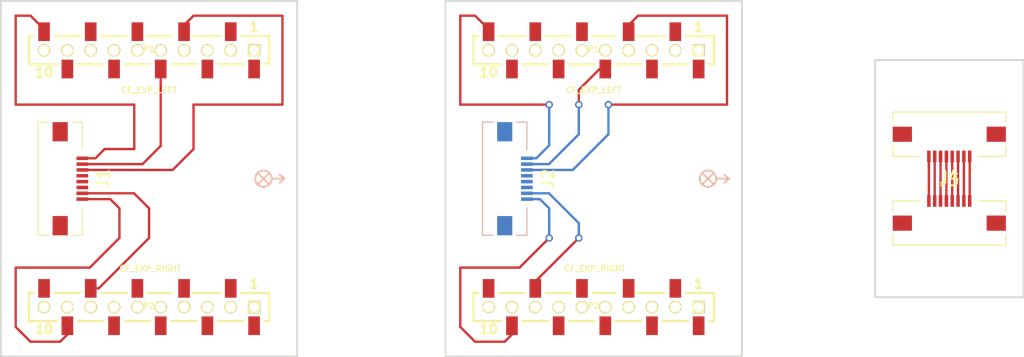
<source format=kicad_pcb>
(kicad_pcb (version 20171130) (host pcbnew "(5.1.9)-1")
  (title_block (title "Crazyflie 2.0 expansion template") (date "20 okt 2014") (rev A) (company "Bitcraze AB") (comment 1 "Licensed under CC-BY 4.0"))
  (layers (0 F.Cu signal) (31 B.Cu signal) (34 B.Paste user) (35 F.Paste user) (36 B.SilkS user) (37 F.SilkS user) (38 B.Mask user) (39 F.Mask user) (44 Edge.Cuts user))
  (net 0 "")
  (net 1 "Net-(P1-Pad2)")
  (net 2 "Net-(P1-Pad1)")
  (net 3 "Net-(P1-Pad8)")
  (net 4 "Net-(P1-Pad9)")
  (net 5 "Net-(P1-Pad3)")
  (net 6 "Net-(P1-Pad7)")
  (net 7 "Net-(P1-Pad6)")
  (net 8 "Net-(P2-Pad10)")
  (net 9 "Net-(P2-Pad2)")
  (net 10 "Net-(P2-Pad1)")
  (net 11 "Net-(P2-Pad3)")
  (net 12 "Net-(P2-Pad4)")
  (net 13 "Net-(P2-Pad7)")
  (net 14 "Net-(P2-Pad6)")
  (net 15 "Net-(P2-Pad5)")
  (net 16 "Net-(J1-Pad1)")
  (net 17 "Net-(J1-Pad2)")
  (net 18 "Net-(J1-Pad3)")
  (net 19 "Net-(J1-Pad4)")
  (net 20 "Net-(J1-Pad5)")
  (net 21 "Net-(J1-Pad6)")
  (net 22 "Net-(J1-Pad7)")
  (net 23 "Net-(J1-Pad8)")
  (net 24 "Net-(J2-Pad8)")
  (net 25 "Net-(J2-Pad7)")
  (net 26 "Net-(J2-Pad6)")
  (net 27 "Net-(J2-Pad5)")
  (net 28 "Net-(J2-Pad4)")
  (net 29 "Net-(J2-Pad3)")
  (net 30 "Net-(J2-Pad2)")
  (net 31 "Net-(J2-Pad1)")
  (net 32 "Net-(J3-Pad1)")
  (net 33 "Net-(J3-Pad2)")
  (net 34 "Net-(J3-Pad3)")
  (net 35 "Net-(J3-Pad4)")
  (net 36 "Net-(J3-Pad5)")
  (net 37 "Net-(J3-Pad6)")
  (net 38 "Net-(J3-Pad7)")
  (net 39 "Net-(J3-Pad8)")
  (module SamacSys_Parts:687108183722 (layer F.Cu) (at 131.381 97.00092 270)
    (fp_text reference J1 (at 0 -3.7 90) (layer F.SilkS))
    (fp_text value Conn_01x08)
    (fp_arc (start -1.95 -3) (end -1.9 -3) (angle -180) (layer F.SilkS) (width 0.1))
    (fp_arc (start -1.95 -3) (end -2 -3) (angle -180) (layer F.SilkS) (width 0.1))
    (fp_line (start -4.85 1) (end -4.85 1.9) (layer F.SilkS) (width 0.1))
    (fp_line (start -4.85 1.9) (end 4.85 1.9) (layer F.SilkS) (width 0.1))
    (fp_line (start 4.85 1.9) (end 4.85 1) (layer F.SilkS) (width 0.1))
    (fp_line (start -4.85 -1) (end -4.85 -1.9) (layer F.SilkS) (width 0.1))
    (fp_line (start -4.85 -1.9) (end -2.5 -1.9) (layer F.SilkS) (width 0.1))
    (fp_line (start 2.5 -1.9) (end 4.85 -1.9) (layer F.SilkS) (width 0.1))
    (fp_line (start 4.85 -1.9) (end 4.85 -1) (layer F.SilkS) (width 0.1))
    (fp_line (start -2 -3) (end -2 -3) (layer F.SilkS) (width 0.1))
    (fp_line (start -1.9 -3) (end -1.9 -3) (layer F.SilkS) (width 0.1))
    (pad MP2 smd rect (at 4.025 0) (size 1.3 1.65) (layers F.Cu F.Paste F.Mask))
    (pad MP1 smd rect (at -4.025 0) (size 1.3 1.65) (layers F.Cu F.Paste F.Mask))
    (pad 8 smd rect (at 1.75 -1.9 270) (size 0.3 1) (layers F.Cu F.Paste F.Mask) (net 23 "Net-(J1-Pad8)"))
    (pad 7 smd rect (at 1.25 -1.9 270) (size 0.3 1) (layers F.Cu F.Paste F.Mask) (net 22 "Net-(J1-Pad7)"))
    (pad 6 smd rect (at 0.75 -1.9 270) (size 0.3 1) (layers F.Cu F.Paste F.Mask) (net 21 "Net-(J1-Pad6)"))
    (pad 5 smd rect (at 0.25 -1.9 270) (size 0.3 1) (layers F.Cu F.Paste F.Mask) (net 20 "Net-(J1-Pad5)"))
    (pad 4 smd rect (at -0.25 -1.9 270) (size 0.3 1) (layers F.Cu F.Paste F.Mask) (net 19 "Net-(J1-Pad4)"))
    (pad 3 smd rect (at -0.75 -1.9 270) (size 0.3 1) (layers F.Cu F.Paste F.Mask) (net 18 "Net-(J1-Pad3)"))
    (pad 2 smd rect (at -1.25 -1.9 270) (size 0.3 1) (layers F.Cu F.Paste F.Mask) (net 17 "Net-(J1-Pad2)"))
    (pad 1 smd rect (at -1.75 -1.9 270) (size 0.3 1) (layers F.Cu F.Paste F.Mask) (net 16 "Net-(J1-Pad1)"))
  )
  (module SamacSys_Parts:687108183722 (layer F.Cu) (at 207.581 100.81092)
    (fp_text reference J3 (at 0 -3.7) (layer F.SilkS))
    (fp_text value Conn_01x08)
    (fp_arc (start -1.95 -3) (end -1.9 -3) (angle -180) (layer F.SilkS) (width 0.1))
    (fp_arc (start -1.95 -3) (end -2 -3) (angle -180) (layer F.SilkS) (width 0.1))
    (fp_line (start -4.85 1) (end -4.85 1.9) (layer F.SilkS) (width 0.1))
    (fp_line (start -4.85 1.9) (end 4.85 1.9) (layer F.SilkS) (width 0.1))
    (fp_line (start 4.85 1.9) (end 4.85 1) (layer F.SilkS) (width 0.1))
    (fp_line (start -4.85 -1) (end -4.85 -1.9) (layer F.SilkS) (width 0.1))
    (fp_line (start -4.85 -1.9) (end -2.5 -1.9) (layer F.SilkS) (width 0.1))
    (fp_line (start 2.5 -1.9) (end 4.85 -1.9) (layer F.SilkS) (width 0.1))
    (fp_line (start 4.85 -1.9) (end 4.85 -1) (layer F.SilkS) (width 0.1))
    (fp_line (start -2 -3) (end -2 -3) (layer F.SilkS) (width 0.1))
    (fp_line (start -1.9 -3) (end -1.9 -3) (layer F.SilkS) (width 0.1))
    (pad MP2 smd rect (at 4.025 0 90) (size 1.3 1.65) (layers F.Cu F.Paste F.Mask))
    (pad MP1 smd rect (at -4.025 0 90) (size 1.3 1.65) (layers F.Cu F.Paste F.Mask))
    (pad 8 smd rect (at 1.75 -1.9) (size 0.3 1) (layers F.Cu F.Paste F.Mask) (net 39 "Net-(J3-Pad8)"))
    (pad 7 smd rect (at 1.25 -1.9) (size 0.3 1) (layers F.Cu F.Paste F.Mask) (net 38 "Net-(J3-Pad7)"))
    (pad 6 smd rect (at 0.75 -1.9) (size 0.3 1) (layers F.Cu F.Paste F.Mask) (net 37 "Net-(J3-Pad6)"))
    (pad 5 smd rect (at 0.25 -1.9) (size 0.3 1) (layers F.Cu F.Paste F.Mask) (net 36 "Net-(J3-Pad5)"))
    (pad 4 smd rect (at -0.25 -1.9) (size 0.3 1) (layers F.Cu F.Paste F.Mask) (net 35 "Net-(J3-Pad4)"))
    (pad 3 smd rect (at -0.75 -1.9) (size 0.3 1) (layers F.Cu F.Paste F.Mask) (net 34 "Net-(J3-Pad3)"))
    (pad 2 smd rect (at -1.25 -1.9) (size 0.3 1) (layers F.Cu F.Paste F.Mask) (net 33 "Net-(J3-Pad2)"))
    (pad 1 smd rect (at -1.75 -1.9) (size 0.3 1) (layers F.Cu F.Paste F.Mask) (net 32 "Net-(J3-Pad1)"))
  )
  (module SamacSys_Parts:687108183722 (layer F.Cu) (at 207.581 93.19092 180)
    (fp_text reference J4 (at 0 -3.7) (layer F.SilkS))
    (fp_text value Conn_01x08)
    (fp_arc (start -1.95 -3) (end -1.9 -3) (angle -180) (layer F.SilkS) (width 0.1))
    (fp_arc (start -1.95 -3) (end -2 -3) (angle -180) (layer F.SilkS) (width 0.1))
    (fp_line (start -4.85 1) (end -4.85 1.9) (layer F.SilkS) (width 0.1))
    (fp_line (start -4.85 1.9) (end 4.85 1.9) (layer F.SilkS) (width 0.1))
    (fp_line (start 4.85 1.9) (end 4.85 1) (layer F.SilkS) (width 0.1))
    (fp_line (start -4.85 -1) (end -4.85 -1.9) (layer F.SilkS) (width 0.1))
    (fp_line (start -4.85 -1.9) (end -2.5 -1.9) (layer F.SilkS) (width 0.1))
    (fp_line (start 2.5 -1.9) (end 4.85 -1.9) (layer F.SilkS) (width 0.1))
    (fp_line (start 4.85 -1.9) (end 4.85 -1) (layer F.SilkS) (width 0.1))
    (fp_line (start -2 -3) (end -2 -3) (layer F.SilkS) (width 0.1))
    (fp_line (start -1.9 -3) (end -1.9 -3) (layer F.SilkS) (width 0.1))
    (pad MP2 smd rect (at 4.025 0 270) (size 1.3 1.65) (layers F.Cu F.Paste F.Mask))
    (pad MP1 smd rect (at -4.025 0 270) (size 1.3 1.65) (layers F.Cu F.Paste F.Mask))
    (pad 8 smd rect (at 1.75 -1.9 180) (size 0.3 1) (layers F.Cu F.Paste F.Mask) (net 32 "Net-(J3-Pad1)"))
    (pad 7 smd rect (at 1.25 -1.9 180) (size 0.3 1) (layers F.Cu F.Paste F.Mask) (net 33 "Net-(J3-Pad2)"))
    (pad 6 smd rect (at 0.75 -1.9 180) (size 0.3 1) (layers F.Cu F.Paste F.Mask) (net 34 "Net-(J3-Pad3)"))
    (pad 5 smd rect (at 0.25 -1.9 180) (size 0.3 1) (layers F.Cu F.Paste F.Mask) (net 35 "Net-(J3-Pad4)"))
    (pad 4 smd rect (at -0.25 -1.9 180) (size 0.3 1) (layers F.Cu F.Paste F.Mask) (net 36 "Net-(J3-Pad5)"))
    (pad 3 smd rect (at -0.75 -1.9 180) (size 0.3 1) (layers F.Cu F.Paste F.Mask) (net 37 "Net-(J3-Pad6)"))
    (pad 2 smd rect (at -1.25 -1.9 180) (size 0.3 1) (layers F.Cu F.Paste F.Mask) (net 38 "Net-(J3-Pad7)"))
    (pad 1 smd rect (at -1.75 -1.9 180) (size 0.3 1) (layers F.Cu F.Paste F.Mask) (net 39 "Net-(J3-Pad8)"))
  )
  (module SamacSys_Parts:687108183722 (layer B.Cu) (at 169.481 97.00092 90)
    (fp_text reference J2 (at 0 3.7 90) (layer F.SilkS))
    (fp_text value Conn_01x08)
    (fp_arc (start -1.95 3) (end -1.9 3) (angle 180) (layer B.SilkS) (width 0.1))
    (fp_arc (start -1.95 3) (end -2 3) (angle 180) (layer B.SilkS) (width 0.1))
    (fp_line (start -4.85 -1) (end -4.85 -1.9) (layer B.SilkS) (width 0.1))
    (fp_line (start -4.85 -1.9) (end 4.85 -1.9) (layer B.SilkS) (width 0.1))
    (fp_line (start 4.85 -1.9) (end 4.85 -1) (layer B.SilkS) (width 0.1))
    (fp_line (start -4.85 1) (end -4.85 1.9) (layer B.SilkS) (width 0.1))
    (fp_line (start -4.85 1.9) (end -2.5 1.9) (layer B.SilkS) (width 0.1))
    (fp_line (start 2.5 1.9) (end 4.85 1.9) (layer B.SilkS) (width 0.1))
    (fp_line (start 4.85 1.9) (end 4.85 1) (layer B.SilkS) (width 0.1))
    (fp_line (start -2 3) (end -2 3) (layer B.SilkS) (width 0.1))
    (fp_line (start -1.9 3) (end -1.9 3) (layer B.SilkS) (width 0.1))
    (pad MP2 smd rect (at 4.025 0) (size 1.3 1.65) (layers B.Cu B.Paste B.Mask))
    (pad MP1 smd rect (at -4.025 0) (size 1.3 1.65) (layers B.Cu B.Paste B.Mask))
    (pad 8 smd rect (at 1.75 1.9 90) (size 0.3 1) (layers B.Cu B.Paste B.Mask) (net 24 "Net-(J2-Pad8)"))
    (pad 7 smd rect (at 1.25 1.9 90) (size 0.3 1) (layers B.Cu B.Paste B.Mask) (net 25 "Net-(J2-Pad7)"))
    (pad 6 smd rect (at 0.75 1.9 90) (size 0.3 1) (layers B.Cu B.Paste B.Mask) (net 26 "Net-(J2-Pad6)"))
    (pad 5 smd rect (at 0.25 1.9 90) (size 0.3 1) (layers B.Cu B.Paste B.Mask) (net 27 "Net-(J2-Pad5)"))
    (pad 4 smd rect (at -0.25 1.9 90) (size 0.3 1) (layers B.Cu B.Paste B.Mask) (net 28 "Net-(J2-Pad4)"))
    (pad 3 smd rect (at -0.75 1.9 90) (size 0.3 1) (layers B.Cu B.Paste B.Mask) (net 29 "Net-(J2-Pad3)"))
    (pad 2 smd rect (at -1.25 1.9 90) (size 0.3 1) (layers B.Cu B.Paste B.Mask) (net 30 "Net-(J2-Pad2)"))
    (pad 1 smd rect (at -1.75 1.9 90) (size 0.3 1) (layers B.Cu B.Paste B.Mask) (net 31 "Net-(J2-Pad1)"))
  )
  (module bitcraze:EXP_ORIENTATION (layer F.Cu) (at 186.901 97.00092)
    (fp_text reference EXP_ORIENTATION hide)
    (fp_text value VAL** hide)
    (fp_line (start 0 0) (end -0.475 0.475) (layer B.SilkS) (width 0.15))
    (fp_line (start 0 0) (end 0.475 0.475) (layer B.SilkS) (width 0.15))
    (fp_line (start 0 0) (end 0.475 -0.475) (layer B.SilkS) (width 0.15))
    (fp_line (start 0 0) (end -0.475 -0.475) (layer B.SilkS) (width 0.15))
    (fp_circle (center 0 0) (end 0.7 0.025) (layer B.SilkS) (width 0.15))
    (fp_line (start 0.7 0) (end 1.8 0) (layer B.SilkS) (width 0.15))
    (fp_line (start 1.8 0) (end 1.4 -0.35) (layer B.SilkS) (width 0.15))
    (fp_line (start 1.8 0) (end 1.4 0.35) (layer B.SilkS) (width 0.15))
    (fp_line (start 1.8 0) (end 1.4 0.35) (layer F.SilkS) (width 0.15))
    (fp_line (start 1.8 0) (end 1.4 -0.35) (layer F.SilkS) (width 0.15))
    (fp_line (start 0.7 0) (end 1.8 0) (layer F.SilkS) (width 0.15))
    (fp_circle (center 0 0) (end 0.7 0.025) (layer F.SilkS) (width 0.15))
    (fp_circle (center 0 0) (end 0.075 0.025) (layer F.SilkS) (width 0.15))
  )
  (module connectors:BF090-10-X-B2 (layer F.Cu) (at 177.101 108.00092 180)
    (fp_text reference P2 (at 0 0.1 180) (layer F.SilkS) (effects (font (size 0.5 0.5) (thickness 0.1))))
    (fp_text value CF_EXP_RIGHT (at -0.1 3.3 180) (layer F.SilkS) (effects (font (size 0.5 0.5) (thickness 0.1))))
    (fp_line (start 7.9 -1.2) (end 10.3 -1.2) (layer F.SilkS) (width 0.2))
    (fp_line (start 10.3 -1.2) (end 10.3 1.2) (layer F.SilkS) (width 0.2))
    (fp_line (start 10.3 1.2) (end 9.9 1.2) (layer F.SilkS) (width 0.2))
    (fp_line (start 3.9 -1.2) (end 6.1 -1.2) (layer F.SilkS) (width 0.2))
    (fp_line (start -0.1 -1.2) (end 2.1 -1.2) (layer F.SilkS) (width 0.2))
    (fp_line (start 5.9 1.2) (end 8.1 1.2) (layer F.SilkS) (width 0.2))
    (fp_line (start 1.9 1.2) (end 4.1 1.2) (layer F.SilkS) (width 0.2))
    (fp_line (start -1.9 1.2) (end 0.1 1.2) (layer F.SilkS) (width 0.2))
    (fp_line (start -4.1 -1.2) (end -1.9 -1.2) (layer F.SilkS) (width 0.2))
    (fp_line (start -6.1 1.2) (end -3.7 1.2) (layer F.SilkS) (width 0.2))
    (fp_line (start -8.1 -1.2) (end -5.9 -1.2) (layer F.SilkS) (width 0.2))
    (fp_line (start -10.3 -1.2) (end -9.9 -1.2) (layer F.SilkS) (width 0.2))
    (fp_line (start -10.3 -1.2) (end -10.3 1.2) (layer F.SilkS) (width 0.2))
    (fp_line (start -10.3 1.2) (end -7.9 1.2) (layer F.SilkS) (width 0.2))
    (fp_text user 1 (at -9 2 180) (layer F.SilkS) (effects (font (size 0.8 0.8) (thickness 0.2))))
    (fp_text user 10 (at 9 -1.9 180) (layer F.SilkS) (effects (font (size 0.8 0.8) (thickness 0.2))))
    (pad 10 smd circle (at 9 0 180) (size 1.05 1.05) (layers F.Cu F.Mask))
    (pad 9 smd circle (at 7 0 180) (size 1.05 1.05) (layers F.Cu F.Mask))
    (pad 8 smd circle (at 5 0 180) (size 1.05 1.05) (layers F.Cu F.Mask))
    (pad 7 smd circle (at 3 0 180) (size 1.05 1.05) (layers F.Cu F.Mask))
    (pad 6 smd circle (at 1 0 180) (size 1.05 1.05) (layers F.Cu F.Mask))
    (pad 5 smd circle (at -1 0 180) (size 1.05 1.05) (layers F.Cu F.Mask))
    (pad 4 smd circle (at -3 0 180) (size 1.05 1.05) (layers F.Cu F.Mask))
    (pad 3 smd circle (at -5 0 180) (size 1.05 1.05) (layers F.Cu F.Mask))
    (pad 2 smd circle (at -7 0 180) (size 1.05 1.05) (layers F.Cu F.Mask))
    (pad 1 smd circle (at -9 0 180) (size 1.05 1.05) (layers F.Cu F.Mask))
    (pad 10 smd rect (at 9 1.6 180) (size 1 1.6) (layers F.Cu F.Paste F.Mask))
    (pad 9 smd rect (at 7 -1.6 180) (size 1 1.6) (layers F.Cu F.Paste F.Mask))
    (pad 8 smd rect (at 5 1.6 180) (size 1 1.6) (layers F.Cu F.Paste F.Mask))
    (pad 7 smd rect (at 3 -1.6 180) (size 1 1.6) (layers F.Cu F.Paste F.Mask))
    (pad 6 smd rect (at 1 1.6 180) (size 1 1.6) (layers F.Cu F.Paste F.Mask))
    (pad 5 smd rect (at -1 -1.6 180) (size 1 1.6) (layers F.Cu F.Paste F.Mask))
    (pad 4 smd rect (at -3 1.6 180) (size 1 1.6) (layers F.Cu F.Paste F.Mask))
    (pad 3 smd rect (at -5 -1.6 180) (size 1 1.6) (layers F.Cu F.Paste F.Mask))
    (pad 2 smd rect (at -7 1.6 180) (size 1 1.6) (layers F.Cu F.Paste F.Mask))
    (pad 1 smd rect (at -9 -1.6 180) (size 1 1.6) (layers F.Cu F.Paste F.Mask))
    (pad 5 thru_hole circle (at -1 0 180) (size 1.05 1.05) (drill 0.8) (layers *.Cu F.SilkS B.Mask))
    (pad 6 thru_hole circle (at 1 0 180) (size 1.05 1.05) (drill 0.8) (layers *.Cu F.SilkS B.Mask))
    (pad 7 thru_hole circle (at 3 0 180) (size 1.05 1.05) (drill 0.8) (layers *.Cu F.SilkS B.Mask))
    (pad 4 thru_hole circle (at -3 0 180) (size 1.05 1.05) (drill 0.8) (layers *.Cu F.SilkS B.Mask))
    (pad 3 thru_hole circle (at -5 0 180) (size 1.05 1.05) (drill 0.8) (layers *.Cu F.SilkS B.Mask))
    (pad 9 thru_hole circle (at 7 0 180) (size 1.05 1.05) (drill 0.8) (layers *.Cu F.SilkS B.Mask))
    (pad 8 thru_hole circle (at 5 0 180) (size 1.05 1.05) (drill 0.8) (layers *.Cu F.SilkS B.Mask))
    (pad 1 thru_hole rect (at -9 0 180) (size 1.05 1.05) (drill 0.8) (layers *.Cu F.SilkS B.Mask))
    (pad 2 thru_hole circle (at -7 0 180) (size 1.05 1.05) (drill 0.8) (layers *.Cu F.SilkS B.Mask))
    (pad 10 thru_hole circle (at 9 0 180) (size 1.05 1.05) (drill 0.8) (layers *.Cu F.SilkS B.Mask))
  )
  (module connectors:BF090-10-X-B2 (layer F.Cu) (at 177.101 86.00092 180)
    (fp_text reference P1 (at 0 0.1 180) (layer F.SilkS) (effects (font (size 0.5 0.5) (thickness 0.1))))
    (fp_text value CF_EXP_LEFT (at 0 -3.4 180) (layer F.SilkS) (effects (font (size 0.5 0.5) (thickness 0.1))))
    (fp_line (start 7.9 -1.2) (end 10.3 -1.2) (layer F.SilkS) (width 0.2))
    (fp_line (start 10.3 -1.2) (end 10.3 1.2) (layer F.SilkS) (width 0.2))
    (fp_line (start 10.3 1.2) (end 9.9 1.2) (layer F.SilkS) (width 0.2))
    (fp_line (start 3.9 -1.2) (end 6.1 -1.2) (layer F.SilkS) (width 0.2))
    (fp_line (start -0.1 -1.2) (end 2.1 -1.2) (layer F.SilkS) (width 0.2))
    (fp_line (start 5.9 1.2) (end 8.1 1.2) (layer F.SilkS) (width 0.2))
    (fp_line (start 1.9 1.2) (end 4.1 1.2) (layer F.SilkS) (width 0.2))
    (fp_line (start -1.9 1.2) (end 0.1 1.2) (layer F.SilkS) (width 0.2))
    (fp_line (start -4.1 -1.2) (end -1.9 -1.2) (layer F.SilkS) (width 0.2))
    (fp_line (start -6.1 1.2) (end -3.7 1.2) (layer F.SilkS) (width 0.2))
    (fp_line (start -8.1 -1.2) (end -5.9 -1.2) (layer F.SilkS) (width 0.2))
    (fp_line (start -10.3 -1.2) (end -9.9 -1.2) (layer F.SilkS) (width 0.2))
    (fp_line (start -10.3 -1.2) (end -10.3 1.2) (layer F.SilkS) (width 0.2))
    (fp_line (start -10.3 1.2) (end -7.9 1.2) (layer F.SilkS) (width 0.2))
    (fp_text user 1 (at -9 2 180) (layer F.SilkS) (effects (font (size 0.8 0.8) (thickness 0.2))))
    (fp_text user 10 (at 9 -1.9 180) (layer F.SilkS) (effects (font (size 0.8 0.8) (thickness 0.2))))
    (pad 10 smd circle (at 9 0 180) (size 1.05 1.05) (layers F.Cu F.Mask))
    (pad 9 smd circle (at 7 0 180) (size 1.05 1.05) (layers F.Cu F.Mask))
    (pad 8 smd circle (at 5 0 180) (size 1.05 1.05) (layers F.Cu F.Mask))
    (pad 7 smd circle (at 3 0 180) (size 1.05 1.05) (layers F.Cu F.Mask))
    (pad 6 smd circle (at 1 0 180) (size 1.05 1.05) (layers F.Cu F.Mask))
    (pad 5 smd circle (at -1 0 180) (size 1.05 1.05) (layers F.Cu F.Mask))
    (pad 4 smd circle (at -3 0 180) (size 1.05 1.05) (layers F.Cu F.Mask))
    (pad 3 smd circle (at -5 0 180) (size 1.05 1.05) (layers F.Cu F.Mask))
    (pad 2 smd circle (at -7 0 180) (size 1.05 1.05) (layers F.Cu F.Mask))
    (pad 1 smd circle (at -9 0 180) (size 1.05 1.05) (layers F.Cu F.Mask))
    (pad 10 smd rect (at 9 1.6 180) (size 1 1.6) (layers F.Cu F.Paste F.Mask))
    (pad 9 smd rect (at 7 -1.6 180) (size 1 1.6) (layers F.Cu F.Paste F.Mask))
    (pad 8 smd rect (at 5 1.6 180) (size 1 1.6) (layers F.Cu F.Paste F.Mask))
    (pad 7 smd rect (at 3 -1.6 180) (size 1 1.6) (layers F.Cu F.Paste F.Mask))
    (pad 6 smd rect (at 1 1.6 180) (size 1 1.6) (layers F.Cu F.Paste F.Mask))
    (pad 5 smd rect (at -1 -1.6 180) (size 1 1.6) (layers F.Cu F.Paste F.Mask))
    (pad 4 smd rect (at -3 1.6 180) (size 1 1.6) (layers F.Cu F.Paste F.Mask))
    (pad 3 smd rect (at -5 -1.6 180) (size 1 1.6) (layers F.Cu F.Paste F.Mask))
    (pad 2 smd rect (at -7 1.6 180) (size 1 1.6) (layers F.Cu F.Paste F.Mask))
    (pad 1 smd rect (at -9 -1.6 180) (size 1 1.6) (layers F.Cu F.Paste F.Mask))
    (pad 5 thru_hole circle (at -1 0 180) (size 1.05 1.05) (drill 0.8) (layers *.Cu F.SilkS B.Mask))
    (pad 6 thru_hole circle (at 1 0 180) (size 1.05 1.05) (drill 0.8) (layers *.Cu F.SilkS B.Mask))
    (pad 7 thru_hole circle (at 3 0 180) (size 1.05 1.05) (drill 0.8) (layers *.Cu F.SilkS B.Mask))
    (pad 4 thru_hole circle (at -3 0 180) (size 1.05 1.05) (drill 0.8) (layers *.Cu F.SilkS B.Mask))
    (pad 3 thru_hole circle (at -5 0 180) (size 1.05 1.05) (drill 0.8) (layers *.Cu F.SilkS B.Mask))
    (pad 9 thru_hole circle (at 7 0 180) (size 1.05 1.05) (drill 0.8) (layers *.Cu F.SilkS B.Mask))
    (pad 8 thru_hole circle (at 5 0 180) (size 1.05 1.05) (drill 0.8) (layers *.Cu F.SilkS B.Mask))
    (pad 1 thru_hole rect (at -9 0 180) (size 1.05 1.05) (drill 0.8) (layers *.Cu F.SilkS B.Mask))
    (pad 2 thru_hole circle (at -7 0 180) (size 1.05 1.05) (drill 0.8) (layers *.Cu F.SilkS B.Mask))
    (pad 10 thru_hole circle (at 9 0 180) (size 1.05 1.05) (drill 0.8) (layers *.Cu F.SilkS B.Mask))
  )
  (module bitcraze:EXP_ORIENTATION (layer F.Cu) (at 148.801 97.00092)
    (fp_text reference EXP_ORIENTATION hide)
    (fp_text value VAL** hide)
    (fp_line (start 0 0) (end -0.475 0.475) (layer B.SilkS) (width 0.15))
    (fp_line (start 0 0) (end 0.475 0.475) (layer B.SilkS) (width 0.15))
    (fp_line (start 0 0) (end 0.475 -0.475) (layer B.SilkS) (width 0.15))
    (fp_line (start 0 0) (end -0.475 -0.475) (layer B.SilkS) (width 0.15))
    (fp_circle (center 0 0) (end 0.7 0.025) (layer B.SilkS) (width 0.15))
    (fp_line (start 0.7 0) (end 1.8 0) (layer B.SilkS) (width 0.15))
    (fp_line (start 1.8 0) (end 1.4 -0.35) (layer B.SilkS) (width 0.15))
    (fp_line (start 1.8 0) (end 1.4 0.35) (layer B.SilkS) (width 0.15))
    (fp_line (start 1.8 0) (end 1.4 0.35) (layer F.SilkS) (width 0.15))
    (fp_line (start 1.8 0) (end 1.4 -0.35) (layer F.SilkS) (width 0.15))
    (fp_line (start 0.7 0) (end 1.8 0) (layer F.SilkS) (width 0.15))
    (fp_circle (center 0 0) (end 0.7 0.025) (layer F.SilkS) (width 0.15))
    (fp_circle (center 0 0) (end 0.075 0.025) (layer F.SilkS) (width 0.15))
  )
  (module connectors:BF090-10-X-B2 (layer F.Cu) (at 139.001 86.00092 180)
    (fp_text reference P1 (at 0 0.1 180) (layer F.SilkS) (effects (font (size 0.5 0.5) (thickness 0.1))))
    (fp_text value CF_EXP_LEFT (at 0 -3.4 180) (layer F.SilkS) (effects (font (size 0.5 0.5) (thickness 0.1))))
    (fp_line (start 7.9 -1.2) (end 10.3 -1.2) (layer F.SilkS) (width 0.2))
    (fp_line (start 10.3 -1.2) (end 10.3 1.2) (layer F.SilkS) (width 0.2))
    (fp_line (start 10.3 1.2) (end 9.9 1.2) (layer F.SilkS) (width 0.2))
    (fp_line (start 3.9 -1.2) (end 6.1 -1.2) (layer F.SilkS) (width 0.2))
    (fp_line (start -0.1 -1.2) (end 2.1 -1.2) (layer F.SilkS) (width 0.2))
    (fp_line (start 5.9 1.2) (end 8.1 1.2) (layer F.SilkS) (width 0.2))
    (fp_line (start 1.9 1.2) (end 4.1 1.2) (layer F.SilkS) (width 0.2))
    (fp_line (start -1.9 1.2) (end 0.1 1.2) (layer F.SilkS) (width 0.2))
    (fp_line (start -4.1 -1.2) (end -1.9 -1.2) (layer F.SilkS) (width 0.2))
    (fp_line (start -6.1 1.2) (end -3.7 1.2) (layer F.SilkS) (width 0.2))
    (fp_line (start -8.1 -1.2) (end -5.9 -1.2) (layer F.SilkS) (width 0.2))
    (fp_line (start -10.3 -1.2) (end -9.9 -1.2) (layer F.SilkS) (width 0.2))
    (fp_line (start -10.3 -1.2) (end -10.3 1.2) (layer F.SilkS) (width 0.2))
    (fp_line (start -10.3 1.2) (end -7.9 1.2) (layer F.SilkS) (width 0.2))
    (fp_text user 10 (at 9 -1.9 180) (layer F.SilkS) (effects (font (size 0.8 0.8) (thickness 0.2))))
    (fp_text user 1 (at -9 2 180) (layer F.SilkS) (effects (font (size 0.8 0.8) (thickness 0.2))))
    (pad 10 thru_hole circle (at 9 0 180) (size 1.05 1.05) (drill 0.8) (layers *.Cu F.SilkS B.Mask) (net 16 "Net-(J1-Pad1)"))
    (pad 2 thru_hole circle (at -7 0 180) (size 1.05 1.05) (drill 0.8) (layers *.Cu F.SilkS B.Mask) (net 1 "Net-(P1-Pad2)"))
    (pad 1 thru_hole rect (at -9 0 180) (size 1.05 1.05) (drill 0.8) (layers *.Cu F.SilkS B.Mask) (net 2 "Net-(P1-Pad1)"))
    (pad 8 thru_hole circle (at 5 0 180) (size 1.05 1.05) (drill 0.8) (layers *.Cu F.SilkS B.Mask) (net 3 "Net-(P1-Pad8)"))
    (pad 9 thru_hole circle (at 7 0 180) (size 1.05 1.05) (drill 0.8) (layers *.Cu F.SilkS B.Mask) (net 4 "Net-(P1-Pad9)"))
    (pad 3 thru_hole circle (at -5 0 180) (size 1.05 1.05) (drill 0.8) (layers *.Cu F.SilkS B.Mask) (net 5 "Net-(P1-Pad3)"))
    (pad 4 thru_hole circle (at -3 0 180) (size 1.05 1.05) (drill 0.8) (layers *.Cu F.SilkS B.Mask) (net 18 "Net-(J1-Pad3)"))
    (pad 7 thru_hole circle (at 3 0 180) (size 1.05 1.05) (drill 0.8) (layers *.Cu F.SilkS B.Mask) (net 6 "Net-(P1-Pad7)"))
    (pad 6 thru_hole circle (at 1 0 180) (size 1.05 1.05) (drill 0.8) (layers *.Cu F.SilkS B.Mask) (net 7 "Net-(P1-Pad6)"))
    (pad 5 thru_hole circle (at -1 0 180) (size 1.05 1.05) (drill 0.8) (layers *.Cu F.SilkS B.Mask) (net 17 "Net-(J1-Pad2)"))
    (pad 1 smd rect (at -9 -1.6 180) (size 1 1.6) (layers F.Cu F.Paste F.Mask) (net 2 "Net-(P1-Pad1)"))
    (pad 2 smd rect (at -7 1.6 180) (size 1 1.6) (layers F.Cu F.Paste F.Mask) (net 1 "Net-(P1-Pad2)"))
    (pad 3 smd rect (at -5 -1.6 180) (size 1 1.6) (layers F.Cu F.Paste F.Mask) (net 5 "Net-(P1-Pad3)"))
    (pad 4 smd rect (at -3 1.6 180) (size 1 1.6) (layers F.Cu F.Paste F.Mask) (net 18 "Net-(J1-Pad3)"))
    (pad 5 smd rect (at -1 -1.6 180) (size 1 1.6) (layers F.Cu F.Paste F.Mask) (net 17 "Net-(J1-Pad2)"))
    (pad 6 smd rect (at 1 1.6 180) (size 1 1.6) (layers F.Cu F.Paste F.Mask) (net 7 "Net-(P1-Pad6)"))
    (pad 7 smd rect (at 3 -1.6 180) (size 1 1.6) (layers F.Cu F.Paste F.Mask) (net 6 "Net-(P1-Pad7)"))
    (pad 8 smd rect (at 5 1.6 180) (size 1 1.6) (layers F.Cu F.Paste F.Mask) (net 3 "Net-(P1-Pad8)"))
    (pad 9 smd rect (at 7 -1.6 180) (size 1 1.6) (layers F.Cu F.Paste F.Mask) (net 4 "Net-(P1-Pad9)"))
    (pad 10 smd rect (at 9 1.6 180) (size 1 1.6) (layers F.Cu F.Paste F.Mask) (net 16 "Net-(J1-Pad1)"))
    (pad 1 smd circle (at -9 0 180) (size 1.05 1.05) (layers F.Cu F.Mask) (net 2 "Net-(P1-Pad1)"))
    (pad 2 smd circle (at -7 0 180) (size 1.05 1.05) (layers F.Cu F.Mask) (net 1 "Net-(P1-Pad2)"))
    (pad 3 smd circle (at -5 0 180) (size 1.05 1.05) (layers F.Cu F.Mask) (net 5 "Net-(P1-Pad3)"))
    (pad 4 smd circle (at -3 0 180) (size 1.05 1.05) (layers F.Cu F.Mask) (net 18 "Net-(J1-Pad3)"))
    (pad 5 smd circle (at -1 0 180) (size 1.05 1.05) (layers F.Cu F.Mask) (net 17 "Net-(J1-Pad2)"))
    (pad 6 smd circle (at 1 0 180) (size 1.05 1.05) (layers F.Cu F.Mask) (net 7 "Net-(P1-Pad6)"))
    (pad 7 smd circle (at 3 0 180) (size 1.05 1.05) (layers F.Cu F.Mask) (net 6 "Net-(P1-Pad7)"))
    (pad 8 smd circle (at 5 0 180) (size 1.05 1.05) (layers F.Cu F.Mask) (net 3 "Net-(P1-Pad8)"))
    (pad 9 smd circle (at 7 0 180) (size 1.05 1.05) (layers F.Cu F.Mask) (net 4 "Net-(P1-Pad9)"))
    (pad 10 smd circle (at 9 0 180) (size 1.05 1.05) (layers F.Cu F.Mask) (net 16 "Net-(J1-Pad1)"))
  )
  (module connectors:BF090-10-X-B2 (layer F.Cu) (at 139.001 108.00092 180)
    (fp_text reference P2 (at 0 0.1 180) (layer F.SilkS) (effects (font (size 0.5 0.5) (thickness 0.1))))
    (fp_text value CF_EXP_RIGHT (at -0.1 3.3 180) (layer F.SilkS) (effects (font (size 0.5 0.5) (thickness 0.1))))
    (fp_line (start 7.9 -1.2) (end 10.3 -1.2) (layer F.SilkS) (width 0.2))
    (fp_line (start 10.3 -1.2) (end 10.3 1.2) (layer F.SilkS) (width 0.2))
    (fp_line (start 10.3 1.2) (end 9.9 1.2) (layer F.SilkS) (width 0.2))
    (fp_line (start 3.9 -1.2) (end 6.1 -1.2) (layer F.SilkS) (width 0.2))
    (fp_line (start -0.1 -1.2) (end 2.1 -1.2) (layer F.SilkS) (width 0.2))
    (fp_line (start 5.9 1.2) (end 8.1 1.2) (layer F.SilkS) (width 0.2))
    (fp_line (start 1.9 1.2) (end 4.1 1.2) (layer F.SilkS) (width 0.2))
    (fp_line (start -1.9 1.2) (end 0.1 1.2) (layer F.SilkS) (width 0.2))
    (fp_line (start -4.1 -1.2) (end -1.9 -1.2) (layer F.SilkS) (width 0.2))
    (fp_line (start -6.1 1.2) (end -3.7 1.2) (layer F.SilkS) (width 0.2))
    (fp_line (start -8.1 -1.2) (end -5.9 -1.2) (layer F.SilkS) (width 0.2))
    (fp_line (start -10.3 -1.2) (end -9.9 -1.2) (layer F.SilkS) (width 0.2))
    (fp_line (start -10.3 -1.2) (end -10.3 1.2) (layer F.SilkS) (width 0.2))
    (fp_line (start -10.3 1.2) (end -7.9 1.2) (layer F.SilkS) (width 0.2))
    (fp_text user 10 (at 9 -1.9 180) (layer F.SilkS) (effects (font (size 0.8 0.8) (thickness 0.2))))
    (fp_text user 1 (at -9 2 180) (layer F.SilkS) (effects (font (size 0.8 0.8) (thickness 0.2))))
    (pad 10 thru_hole circle (at 9 0 180) (size 1.05 1.05) (drill 0.8) (layers *.Cu F.SilkS B.Mask) (net 8 "Net-(P2-Pad10)"))
    (pad 2 thru_hole circle (at -7 0 180) (size 1.05 1.05) (drill 0.8) (layers *.Cu F.SilkS B.Mask) (net 9 "Net-(P2-Pad2)"))
    (pad 1 thru_hole rect (at -9 0 180) (size 1.05 1.05) (drill 0.8) (layers *.Cu F.SilkS B.Mask) (net 10 "Net-(P2-Pad1)"))
    (pad 8 thru_hole circle (at 5 0 180) (size 1.05 1.05) (drill 0.8) (layers *.Cu F.SilkS B.Mask) (net 22 "Net-(J1-Pad7)"))
    (pad 9 thru_hole circle (at 7 0 180) (size 1.05 1.05) (drill 0.8) (layers *.Cu F.SilkS B.Mask) (net 23 "Net-(J1-Pad8)"))
    (pad 3 thru_hole circle (at -5 0 180) (size 1.05 1.05) (drill 0.8) (layers *.Cu F.SilkS B.Mask) (net 11 "Net-(P2-Pad3)"))
    (pad 4 thru_hole circle (at -3 0 180) (size 1.05 1.05) (drill 0.8) (layers *.Cu F.SilkS B.Mask) (net 12 "Net-(P2-Pad4)"))
    (pad 7 thru_hole circle (at 3 0 180) (size 1.05 1.05) (drill 0.8) (layers *.Cu F.SilkS B.Mask) (net 13 "Net-(P2-Pad7)"))
    (pad 6 thru_hole circle (at 1 0 180) (size 1.05 1.05) (drill 0.8) (layers *.Cu F.SilkS B.Mask) (net 14 "Net-(P2-Pad6)"))
    (pad 5 thru_hole circle (at -1 0 180) (size 1.05 1.05) (drill 0.8) (layers *.Cu F.SilkS B.Mask) (net 15 "Net-(P2-Pad5)"))
    (pad 1 smd rect (at -9 -1.6 180) (size 1 1.6) (layers F.Cu F.Paste F.Mask) (net 10 "Net-(P2-Pad1)"))
    (pad 2 smd rect (at -7 1.6 180) (size 1 1.6) (layers F.Cu F.Paste F.Mask) (net 9 "Net-(P2-Pad2)"))
    (pad 3 smd rect (at -5 -1.6 180) (size 1 1.6) (layers F.Cu F.Paste F.Mask) (net 11 "Net-(P2-Pad3)"))
    (pad 4 smd rect (at -3 1.6 180) (size 1 1.6) (layers F.Cu F.Paste F.Mask) (net 12 "Net-(P2-Pad4)"))
    (pad 5 smd rect (at -1 -1.6 180) (size 1 1.6) (layers F.Cu F.Paste F.Mask) (net 15 "Net-(P2-Pad5)"))
    (pad 6 smd rect (at 1 1.6 180) (size 1 1.6) (layers F.Cu F.Paste F.Mask) (net 14 "Net-(P2-Pad6)"))
    (pad 7 smd rect (at 3 -1.6 180) (size 1 1.6) (layers F.Cu F.Paste F.Mask) (net 13 "Net-(P2-Pad7)"))
    (pad 8 smd rect (at 5 1.6 180) (size 1 1.6) (layers F.Cu F.Paste F.Mask) (net 22 "Net-(J1-Pad7)"))
    (pad 9 smd rect (at 7 -1.6 180) (size 1 1.6) (layers F.Cu F.Paste F.Mask) (net 23 "Net-(J1-Pad8)"))
    (pad 10 smd rect (at 9 1.6 180) (size 1 1.6) (layers F.Cu F.Paste F.Mask) (net 8 "Net-(P2-Pad10)"))
    (pad 1 smd circle (at -9 0 180) (size 1.05 1.05) (layers F.Cu F.Mask) (net 10 "Net-(P2-Pad1)"))
    (pad 2 smd circle (at -7 0 180) (size 1.05 1.05) (layers F.Cu F.Mask) (net 9 "Net-(P2-Pad2)"))
    (pad 3 smd circle (at -5 0 180) (size 1.05 1.05) (layers F.Cu F.Mask) (net 11 "Net-(P2-Pad3)"))
    (pad 4 smd circle (at -3 0 180) (size 1.05 1.05) (layers F.Cu F.Mask) (net 12 "Net-(P2-Pad4)"))
    (pad 5 smd circle (at -1 0 180) (size 1.05 1.05) (layers F.Cu F.Mask) (net 15 "Net-(P2-Pad5)"))
    (pad 6 smd circle (at 1 0 180) (size 1.05 1.05) (layers F.Cu F.Mask) (net 14 "Net-(P2-Pad6)"))
    (pad 7 smd circle (at 3 0 180) (size 1.05 1.05) (layers F.Cu F.Mask) (net 13 "Net-(P2-Pad7)"))
    (pad 8 smd circle (at 5 0 180) (size 1.05 1.05) (layers F.Cu F.Mask) (net 22 "Net-(J1-Pad7)"))
    (pad 9 smd circle (at 7 0 180) (size 1.05 1.05) (layers F.Cu F.Mask) (net 23 "Net-(J1-Pad8)"))
    (pad 10 smd circle (at 9 0 180) (size 1.05 1.05) (layers F.Cu F.Mask) (net 8 "Net-(P2-Pad10)"))
  )
  (gr_line (start 151.701 81.76092) (end 151.701 83.03092) (layer Edge.Cuts) (width 0.15))
  (gr_line (start 126.301 81.76092) (end 151.701 81.76092) (layer Edge.Cuts) (width 0.15))
  (gr_line (start 126.301 83.03092) (end 126.301 81.76092) (layer Edge.Cuts) (width 0.15))
  (gr_line (start 126.301 112.24092) (end 126.301 110.97092) (layer Edge.Cuts) (width 0.15))
  (gr_line (start 151.701 112.24092) (end 126.301 112.24092) (layer Edge.Cuts) (width 0.15))
  (gr_line (start 151.701 110.97092) (end 151.701 112.24092) (layer Edge.Cuts) (width 0.15))
  (gr_line (start 164.401 81.76092) (end 164.401 83.03092) (layer Edge.Cuts) (width 0.15))
  (gr_line (start 189.801 81.76092) (end 164.401 81.76092) (layer Edge.Cuts) (width 0.15))
  (gr_line (start 189.801 83.03092) (end 189.801 81.76092) (layer Edge.Cuts) (width 0.15))
  (gr_line (start 164.401 112.24092) (end 164.401 110.97092) (layer Edge.Cuts) (width 0.15))
  (gr_line (start 189.801 112.24092) (end 164.401 112.24092) (layer Edge.Cuts) (width 0.15))
  (gr_line (start 189.801 110.97092) (end 189.801 112.24092) (layer Edge.Cuts) (width 0.15))
  (gr_line (start 189.801 110.97092) (end 189.801 83.03092) (layer Edge.Cuts) (width 0.15))
  (gr_line (start 164.401 83.03092) (end 164.401 110.97092) (layer Edge.Cuts) (width 0.15))
  (gr_line (start 151.701 110.97092) (end 151.701 83.03092) (layer Edge.Cuts) (width 0.15))
  (gr_line (start 126.301 83.03092) (end 126.301 110.97092) (layer Edge.Cuts) (width 0.15))
  (gr_line (start 213.931 86.84092) (end 201.231 86.84092) (layer Edge.Cuts) (width 0.15))
  (gr_line (start 213.931 107.16092) (end 213.931 86.84092) (layer Edge.Cuts) (width 0.15))
  (gr_line (start 201.231 107.16092) (end 213.931 107.16092) (layer Edge.Cuts) (width 0.15))
  (gr_line (start 201.231 86.84092) (end 201.231 107.16092) (layer Edge.Cuts) (width 0.15))
  (segment (start 172.101 106.40092) (end 172.101 105.81092) (width 0.2032) (layer F.Cu) (net 0))
  (segment (start 172.101 105.81092) (end 175.831 102.08092) (width 0.2032) (layer F.Cu) (net 0))
  (segment (start 178.101 87.60092) (end 177.611 87.60092) (width 0.2032) (layer F.Cu) (net 0))
  (segment (start 177.611 87.60092) (end 175.831 89.38092) (width 0.2032) (layer F.Cu) (net 0))
  (segment (start 175.831 89.38092) (end 175.831 90.65092) (width 0.2032) (layer F.Cu) (net 0))
  (segment (start 178.371 90.65092) (end 178.371 90.65092) (width 0.2032) (layer F.Cu) (net 0))
  (via (at 178.371 90.65092) (size 0.635) (drill 0.381) (layers F.Cu B.Cu) (net 0))
  (segment (start 175.831 90.65092) (end 175.831 90.65092) (width 0.2032) (layer F.Cu) (net 0))
  (via (at 175.831 90.65092) (size 0.635) (drill 0.381) (layers F.Cu B.Cu) (net 0))
  (segment (start 173.291 90.65092) (end 173.291 90.65092) (width 0.2032) (layer F.Cu) (net 0))
  (segment (start 173.291 102.08092) (end 173.291 102.08092) (width 0.2032) (layer F.Cu) (net 0))
  (segment (start 175.831 102.08092) (end 175.831 102.08092) (width 0.2032) (layer F.Cu) (net 0))
  (via (at 175.831 102.08092) (size 0.635) (drill 0.381) (layers F.Cu B.Cu) (net 0))
  (segment (start 173.291 90.65092) (end 173.291 90.65092) (width 0.2032) (layer F.Cu) (net 0))
  (via (at 173.291 90.65092) (size 0.635) (drill 0.381) (layers F.Cu B.Cu) (net 0))
  (segment (start 173.291 102.08092) (end 173.291 102.08092) (width 0.2032) (layer F.Cu) (net 0))
  (via (at 173.291 102.08092) (size 0.635) (drill 0.381) (layers F.Cu B.Cu) (net 0))
  (segment (start 180.101 84.40092) (end 180.101 83.84092) (width 0.2032) (layer F.Cu) (net 0))
  (segment (start 180.101 83.84092) (end 180.911 83.03092) (width 0.2032) (layer F.Cu) (net 0))
  (segment (start 180.911 83.03092) (end 188.531 83.03092) (width 0.2032) (layer F.Cu) (net 0))
  (segment (start 188.531 83.03092) (end 188.531 90.65092) (width 0.2032) (layer F.Cu) (net 0))
  (segment (start 188.531 90.65092) (end 178.371 90.65092) (width 0.2032) (layer F.Cu) (net 0))
  (segment (start 172.021 90.65092) (end 173.291 90.65092) (width 0.2032) (layer F.Cu) (net 0))
  (segment (start 165.671 90.65092) (end 172.021 90.65092) (width 0.2032) (layer F.Cu) (net 0))
  (segment (start 165.671 83.03092) (end 165.671 90.65092) (width 0.2032) (layer F.Cu) (net 0))
  (segment (start 166.941 83.03092) (end 165.671 83.03092) (width 0.2032) (layer F.Cu) (net 0))
  (segment (start 168.101 84.19092) (end 166.941 83.03092) (width 0.2032) (layer F.Cu) (net 0))
  (segment (start 168.101 84.40092) (end 168.101 84.19092) (width 0.2032) (layer F.Cu) (net 0))
  (segment (start 165.671 109.70092) (end 165.671 104.62092) (width 0.2032) (layer F.Cu) (net 0))
  (segment (start 166.941 110.97092) (end 165.671 109.70092) (width 0.2032) (layer F.Cu) (net 0))
  (segment (start 165.671 104.62092) (end 170.751 104.62092) (width 0.2032) (layer F.Cu) (net 0))
  (segment (start 169.481 110.97092) (end 166.941 110.97092) (width 0.2032) (layer F.Cu) (net 0))
  (segment (start 170.751 104.62092) (end 173.291 102.08092) (width 0.2032) (layer F.Cu) (net 0))
  (segment (start 170.101 110.35092) (end 169.481 110.97092) (width 0.2032) (layer F.Cu) (net 0))
  (segment (start 170.101 109.60092) (end 170.101 110.35092) (width 0.2032) (layer F.Cu) (net 0))
  (segment (start 134.401 95.25092) (end 133.231 95.25092) (width 0.2032) (layer F.Cu) (net 16))
  (segment (start 135.191 94.46092) (end 134.401 95.25092) (width 0.2032) (layer F.Cu) (net 16))
  (segment (start 127.571 90.65092) (end 137.731 90.65092) (width 0.2032) (layer F.Cu) (net 16))
  (segment (start 137.731 90.65092) (end 137.731 94.46092) (width 0.2032) (layer F.Cu) (net 16))
  (segment (start 128.841 83.03092) (end 127.571 83.03092) (width 0.2032) (layer F.Cu) (net 16))
  (segment (start 137.731 94.46092) (end 135.191 94.46092) (width 0.2032) (layer F.Cu) (net 16))
  (segment (start 127.571 83.03092) (end 127.571 90.65092) (width 0.2032) (layer F.Cu) (net 16))
  (segment (start 130.001 84.19092) (end 128.841 83.03092) (width 0.2032) (layer F.Cu) (net 16))
  (segment (start 130.001 84.40092) (end 130.001 84.19092) (width 0.2032) (layer F.Cu) (net 16))
  (segment (start 140.001 87.60092) (end 140.001 94.19092) (width 0.2032) (layer F.Cu) (net 17))
  (segment (start 138.441 95.75092) (end 133.231 95.75092) (width 0.2032) (layer F.Cu) (net 17))
  (segment (start 140.001 94.19092) (end 138.441 95.75092) (width 0.2032) (layer F.Cu) (net 17))
  (segment (start 141.021 96.25092) (end 133.231 96.25092) (width 0.2032) (layer F.Cu) (net 18))
  (segment (start 142.811 94.46092) (end 141.021 96.25092) (width 0.2032) (layer F.Cu) (net 18))
  (segment (start 142.001 84.40092) (end 142.001 83.84092) (width 0.2032) (layer F.Cu) (net 18))
  (segment (start 142.001 83.84092) (end 142.811 83.03092) (width 0.2032) (layer F.Cu) (net 18))
  (segment (start 142.811 83.03092) (end 146.538202 83.03092) (width 0.2032) (layer F.Cu) (net 18))
  (segment (start 146.538202 83.03092) (end 150.431 83.03092) (width 0.2032) (layer F.Cu) (net 18))
  (segment (start 150.431 83.03092) (end 150.431 90.65092) (width 0.2032) (layer F.Cu) (net 18))
  (segment (start 150.431 90.65092) (end 142.811 90.65092) (width 0.2032) (layer F.Cu) (net 18))
  (segment (start 142.811 90.65092) (end 142.811 94.46092) (width 0.2032) (layer F.Cu) (net 18))
  (segment (start 137.711 98.25092) (end 133.231 98.25092) (width 0.2032) (layer F.Cu) (net 22))
  (segment (start 134.001 106.40092) (end 134.681 106.40092) (width 0.2032) (layer F.Cu) (net 22))
  (segment (start 139.001 102.08092) (end 139.001 99.54092) (width 0.2032) (layer F.Cu) (net 22))
  (segment (start 139.001 99.54092) (end 137.711 98.25092) (width 0.2032) (layer F.Cu) (net 22))
  (segment (start 134.681 106.40092) (end 139.001 102.08092) (width 0.2032) (layer F.Cu) (net 22))
  (segment (start 136.461 99.54092) (end 135.671 98.75092) (width 0.2032) (layer F.Cu) (net 23))
  (segment (start 136.461 102.08092) (end 136.461 99.54092) (width 0.2032) (layer F.Cu) (net 23))
  (segment (start 133.921 104.62092) (end 136.461 102.08092) (width 0.2032) (layer F.Cu) (net 23))
  (segment (start 127.571 109.70092) (end 127.571 104.62092) (width 0.2032) (layer F.Cu) (net 23))
  (segment (start 135.671 98.75092) (end 133.231 98.75092) (width 0.2032) (layer F.Cu) (net 23))
  (segment (start 127.571 104.62092) (end 133.921 104.62092) (width 0.2032) (layer F.Cu) (net 23))
  (segment (start 128.841 110.97092) (end 127.571 109.70092) (width 0.2032) (layer F.Cu) (net 23))
  (segment (start 131.381 110.97092) (end 128.841 110.97092) (width 0.2032) (layer F.Cu) (net 23))
  (segment (start 132.001 110.35092) (end 131.381 110.97092) (width 0.2032) (layer F.Cu) (net 23))
  (segment (start 132.001 109.60092) (end 132.001 110.35092) (width 0.2032) (layer F.Cu) (net 23))
  (segment (start 172.1842 95.25092) (end 173.291 94.14412) (width 0.2032) (layer B.Cu) (net 24))
  (segment (start 171.331 95.25092) (end 172.1842 95.25092) (width 0.2032) (layer B.Cu) (net 24))
  (segment (start 173.291 94.14412) (end 173.291 90.65092) (width 0.2032) (layer B.Cu) (net 24))
  (segment (start 171.331 95.75092) (end 173.271 95.75092) (width 0.2032) (layer B.Cu) (net 25))
  (segment (start 173.271 95.75092) (end 175.831 93.19092) (width 0.2032) (layer B.Cu) (net 25))
  (segment (start 175.831 93.19092) (end 175.831 90.65092) (width 0.2032) (layer B.Cu) (net 25))
  (segment (start 171.331 96.25092) (end 175.311 96.25092) (width 0.2032) (layer B.Cu) (net 26))
  (segment (start 175.311 96.25092) (end 178.371 93.19092) (width 0.2032) (layer B.Cu) (net 26))
  (segment (start 178.371 93.19092) (end 178.371 90.65092) (width 0.2032) (layer B.Cu) (net 26))
  (segment (start 171.331 98.25092) (end 173.271 98.25092) (width 0.2032) (layer B.Cu) (net 30))
  (segment (start 173.271 98.25092) (end 175.831 100.81092) (width 0.2032) (layer B.Cu) (net 30))
  (segment (start 175.831 100.81092) (end 175.831 102.08092) (width 0.2032) (layer B.Cu) (net 30))
  (segment (start 171.331 98.75092) (end 172.501 98.75092) (width 0.2032) (layer B.Cu) (net 31))
  (segment (start 172.501 98.75092) (end 173.291 99.54092) (width 0.2032) (layer B.Cu) (net 31))
  (segment (start 173.291 99.54092) (end 173.291 102.08092) (width 0.2032) (layer B.Cu) (net 31))
  (segment (start 205.831 95.89412) (end 205.831 98.96092) (width 0.2032) (layer F.Cu) (net 32))
  (segment (start 205.831 95.04092) (end 205.831 95.89412) (width 0.2032) (layer F.Cu) (net 32))
  (segment (start 206.331 95.04092) (end 206.331 98.96092) (width 0.2032) (layer F.Cu) (net 33))
  (segment (start 206.831 95.89412) (end 206.831 98.96092) (width 0.2032) (layer F.Cu) (net 34))
  (segment (start 206.831 95.04092) (end 206.831 95.89412) (width 0.2032) (layer F.Cu) (net 34))
  (segment (start 207.331 95.48092) (end 207.331 98.96092) (width 0.2032) (layer F.Cu) (net 35))
  (segment (start 207.331 95.04092) (end 207.331 95.48092) (width 0.2032) (layer F.Cu) (net 35))
  (segment (start 207.831 95.48092) (end 207.831 98.96092) (width 0.2032) (layer F.Cu) (net 36))
  (segment (start 207.831 95.04092) (end 207.831 95.48092) (width 0.2032) (layer F.Cu) (net 36))
  (segment (start 208.331 95.89412) (end 208.331 98.96092) (width 0.2032) (layer F.Cu) (net 37))
  (segment (start 208.331 95.04092) (end 208.331 95.89412) (width 0.2032) (layer F.Cu) (net 37))
  (segment (start 208.831 95.04092) (end 208.831 98.96092) (width 0.2032) (layer F.Cu) (net 38))
  (segment (start 209.331 95.04092) (end 209.331 98.96092) (width 0.2032) (layer F.Cu) (net 39))
)
</source>
